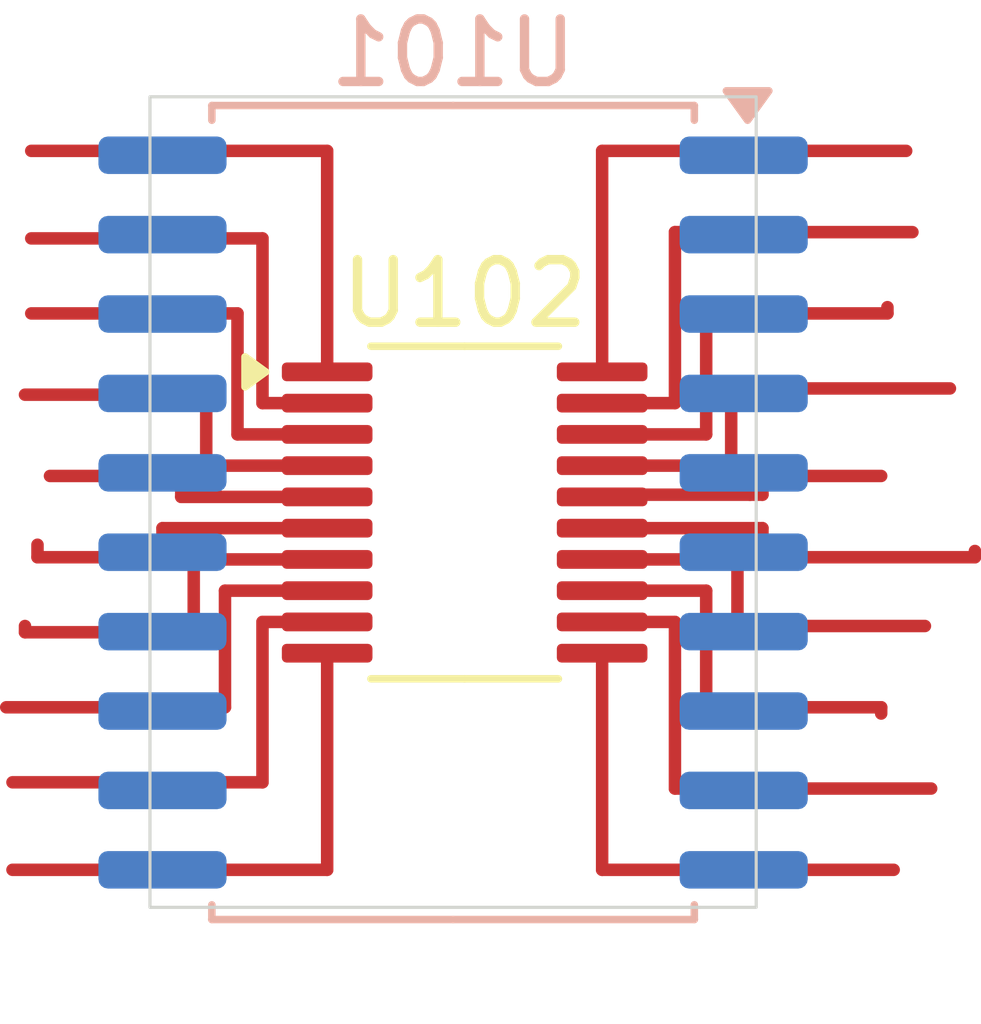
<source format=kicad_pcb>
(kicad_pcb (version 20241229) (generator "pcbnew") (generator_version "9.0")
  (layers (0 "F.Cu" signal) (2 "B.Cu" signal) (13 "F.Paste" user) (15 "B.Paste" user) (5 "F.SilkS" user "F.Silkscreen") (7 "B.SilkS" user "B.Silkscreen") (1 "F.Mask" user) (3 "B.Mask" user) (25 "Edge.Cuts" user))
  (net 0 "")
  (net 21 "unconnected-(U102-INC-Pad4)")
  (net 22 "unconnected-(U102-GISOIN-Pad15)")
  (net 23 "unconnected-(U102-GND1-Pad10)")
  (net 24 "unconnected-(U102-INA-Pad2)")
  (net 25 "unconnected-(U102-V_{DD}-Pad9)")
  (net 26 "unconnected-(U102-VSEL-Pad13)")
  (net 27 "unconnected-(U102-OUTA-Pad19)")
  (net 28 "unconnected-(U102-EN_IO2-Pad14)")
  (net 29 "unconnected-(U102-INB-Pad3)")
  (net 30 "unconnected-(U102-IND-Pad16)")
  (net 31 "unconnected-(U102-V_{ISOIN}-Pad20)")
  (net 32 "unconnected-(U102-V_{IO}-Pad1)")
  (net 33 "unconnected-(U102-OUTC-Pad17)")
  (net 34 "unconnected-(U102-OUTB-Pad18)")
  (net 35 "unconnected-(U102-EN{slash}FLT-Pad8)")
  (net 36 "unconnected-(U102-OUTD-Pad5)")
  (net 37 "unconnected-(U102-EN_IO1-Pad7)")
  (net 38 "unconnected-(U102-GND2-Pad11)")
  (net 39 "unconnected-(U102-V_{ISOOUT}-Pad12)")
  (net 40 "unconnected-(U102-GNDIO-Pad6)")
  (footprint "Package_SO:Texas_DGS0020A_TSSOP-20_3x5.1mm_P0.5mm" (layer "F.Cu") (at 121.535 89.785)
    (property "Reference" "U102" (at 0 -3.5 0) (layer "F.SilkS"))
    (property "Value" "ISOW7741")
    (fp_line (start 0 -2.66) (end -1.5 -2.66) (stroke (width 0.12)) (layer "F.SilkS"))
    (fp_line (start 0 -2.66) (end 1.5 -2.66) (stroke (width 0.12)) (layer "F.SilkS"))
    (fp_line (start 0 2.66) (end -1.5 2.66) (stroke (width 0.12)) (layer "F.SilkS"))
    (fp_line (start 0 2.66) (end 1.5 2.66) (stroke (width 0.12)) (layer "F.SilkS"))
    (fp_poly (pts (xy -3.185 -2.25) (xy -3.515 -2.01) (xy -3.515 -2.49)) (stroke (width 0.12)) (fill yes) (layer "F.SilkS"))
    (pad "1" smd roundrect (at -2.2 -2.25) (size 1.45 0.3) (layers "F.Cu" "F.Mask" "F.Paste") (net 32 "unconnected-(U102-V_{IO}-Pad1)"))
    (pad "2" smd roundrect (at -2.2 -1.75) (size 1.45 0.3) (layers "F.Cu" "F.Mask" "F.Paste") (net 24 "unconnected-(U102-INA-Pad2)"))
    (pad "3" smd roundrect (at -2.2 -1.25) (size 1.45 0.3) (layers "F.Cu" "F.Mask" "F.Paste") (net 29 "unconnected-(U102-INB-Pad3)"))
    (pad "4" smd roundrect (at -2.2 -0.75) (size 1.45 0.3) (layers "F.Cu" "F.Mask" "F.Paste") (net 21 "unconnected-(U102-INC-Pad4)"))
    (pad "5" smd roundrect (at -2.2 -0.25) (size 1.45 0.3) (layers "F.Cu" "F.Mask" "F.Paste") (net 36 "unconnected-(U102-OUTD-Pad5)"))
    (pad "6" smd roundrect (at -2.2 0.25) (size 1.45 0.3) (layers "F.Cu" "F.Mask" "F.Paste") (net 40 "unconnected-(U102-GNDIO-Pad6)"))
    (pad "7" smd roundrect (at -2.2 0.75) (size 1.45 0.3) (layers "F.Cu" "F.Mask" "F.Paste") (net 37 "unconnected-(U102-EN_IO1-Pad7)"))
    (pad "8" smd roundrect (at -2.2 1.25) (size 1.45 0.3) (layers "F.Cu" "F.Mask" "F.Paste") (net 35 "unconnected-(U102-EN{slash}FLT-Pad8)"))
    (pad "9" smd roundrect (at -2.2 1.75) (size 1.45 0.3) (layers "F.Cu" "F.Mask" "F.Paste") (net 25 "unconnected-(U102-V_{DD}-Pad9)"))
    (pad "10" smd roundrect (at -2.2 2.25) (size 1.45 0.3) (layers "F.Cu" "F.Mask" "F.Paste") (net 23 "unconnected-(U102-GND1-Pad10)"))
    (pad "11" smd roundrect (at 2.2 2.25) (size 1.45 0.3) (layers "F.Cu" "F.Mask" "F.Paste") (net 38 "unconnected-(U102-GND2-Pad11)"))
    (pad "12" smd roundrect (at 2.2 1.75) (size 1.45 0.3) (layers "F.Cu" "F.Mask" "F.Paste") (net 39 "unconnected-(U102-V_{ISOOUT}-Pad12)"))
    (pad "13" smd roundrect (at 2.2 1.25) (size 1.45 0.3) (layers "F.Cu" "F.Mask" "F.Paste") (net 26 "unconnected-(U102-VSEL-Pad13)"))
    (pad "14" smd roundrect (at 2.2 0.75) (size 1.45 0.3) (layers "F.Cu" "F.Mask" "F.Paste") (net 28 "unconnected-(U102-EN_IO2-Pad14)"))
    (pad "15" smd roundrect (at 2.2 0.25) (size 1.45 0.3) (layers "F.Cu" "F.Mask" "F.Paste") (net 22 "unconnected-(U102-GISOIN-Pad15)"))
    (pad "16" smd roundrect (at 2.2 -0.25) (size 1.45 0.3) (layers "F.Cu" "F.Mask" "F.Paste") (net 30 "unconnected-(U102-IND-Pad16)"))
    (pad "17" smd roundrect (at 2.2 -0.75) (size 1.45 0.3) (layers "F.Cu" "F.Mask" "F.Paste") (net 33 "unconnected-(U102-OUTC-Pad17)"))
    (pad "18" smd roundrect (at 2.2 -1.25) (size 1.45 0.3) (layers "F.Cu" "F.Mask" "F.Paste") (net 34 "unconnected-(U102-OUTB-Pad18)"))
    (pad "19" smd roundrect (at 2.2 -1.75) (size 1.45 0.3) (layers "F.Cu" "F.Mask" "F.Paste") (net 27 "unconnected-(U102-OUTA-Pad19)"))
    (pad "20" smd roundrect (at 2.2 -2.25) (size 1.45 0.3) (layers "F.Cu" "F.Mask" "F.Paste") (net 31 "unconnected-(U102-V_{ISOIN}-Pad20)"))
  )
  (footprint "Package_SO:SOIC-20W_7.5x12.8mm_P1.27mm" (layer "B.Cu") (at 121.35 89.785 180)
    (property "Reference" "U101" (at 0 7.35 0) (layer "B.SilkS") (effects (justify mirror)))
    (property "Value" "ISOW7741")
    (fp_line (start 3.860001 -6.510001) (end 3.86 -6.275) (stroke (width 0.12)) (layer "B.SilkS"))
    (fp_line (start 3.86 6.51) (end 3.860001 6.275002) (stroke (width 0.12)) (layer "B.SilkS"))
    (fp_line (start 0 6.51) (end 3.86 6.51) (stroke (width 0.12)) (layer "B.SilkS"))
    (fp_line (start 0 6.51) (end -3.860001 6.510001) (stroke (width 0.12)) (layer "B.SilkS"))
    (fp_line (start 0 -6.51) (end 3.860001 -6.510001) (stroke (width 0.12)) (layer "B.SilkS"))
    (fp_line (start 0 -6.51) (end -3.86 -6.51) (stroke (width 0.12)) (layer "B.SilkS"))
    (fp_line (start -3.86 -6.51) (end -3.860001 -6.275002) (stroke (width 0.12)) (layer "B.SilkS"))
    (fp_line (start -3.860001 6.510001) (end -3.86 6.275) (stroke (width 0.12)) (layer "B.SilkS"))
    (fp_poly (pts (xy -4.7125 6.275) (xy -5.0525 6.745) (xy -4.372501 6.745)) (stroke (width 0.12)) (fill yes) (layer "B.SilkS"))
    (pad "1" smd roundrect (at -4.649999 5.715 180) (size 2.05 0.6) (layers "B.Cu" "B.Mask" "B.Paste"))
    (pad "2" smd roundrect (at -4.650001 4.445 180) (size 2.05 0.6) (layers "B.Cu" "B.Mask" "B.Paste"))
    (pad "3" smd roundrect (at -4.65 3.174999 180) (size 2.05 0.6) (layers "B.Cu" "B.Mask" "B.Paste"))
    (pad "4" smd roundrect (at -4.65 1.905001 180) (size 2.05 0.6) (layers "B.Cu" "B.Mask" "B.Paste"))
    (pad "5" smd roundrect (at -4.65 0.635 180) (size 2.05 0.6) (layers "B.Cu" "B.Mask" "B.Paste"))
    (pad "6" smd roundrect (at -4.649999 -0.635 180) (size 2.05 0.6) (layers "B.Cu" "B.Mask" "B.Paste"))
    (pad "7" smd roundrect (at -4.65 -1.905 180) (size 2.05 0.6) (layers "B.Cu" "B.Mask" "B.Paste"))
    (pad "8" smd roundrect (at -4.65 -3.175 180) (size 2.05 0.6) (layers "B.Cu" "B.Mask" "B.Paste"))
    (pad "9" smd roundrect (at -4.65 -4.445 180) (size 2.05 0.6) (layers "B.Cu" "B.Mask" "B.Paste"))
    (pad "10" smd roundrect (at -4.65 -5.715 180) (size 2.05 0.6) (layers "B.Cu" "B.Mask" "B.Paste"))
    (pad "11" smd roundrect (at 4.649999 -5.715 180) (size 2.05 0.6) (layers "B.Cu" "B.Mask" "B.Paste"))
    (pad "12" smd roundrect (at 4.650001 -4.445 180) (size 2.05 0.6) (layers "B.Cu" "B.Mask" "B.Paste"))
    (pad "13" smd roundrect (at 4.65 -3.174999 180) (size 2.05 0.6) (layers "B.Cu" "B.Mask" "B.Paste"))
    (pad "14" smd roundrect (at 4.65 -1.905001 180) (size 2.05 0.6) (layers "B.Cu" "B.Mask" "B.Paste"))
    (pad "15" smd roundrect (at 4.65 -0.635 180) (size 2.05 0.6) (layers "B.Cu" "B.Mask" "B.Paste"))
    (pad "16" smd roundrect (at 4.649999 0.635 180) (size 2.05 0.6) (layers "B.Cu" "B.Mask" "B.Paste"))
    (pad "17" smd roundrect (at 4.65 1.905 180) (size 2.05 0.6) (layers "B.Cu" "B.Mask" "B.Paste"))
    (pad "18" smd roundrect (at 4.65 3.175 180) (size 2.05 0.6) (layers "B.Cu" "B.Mask" "B.Paste"))
    (pad "19" smd roundrect (at 4.65 4.445 180) (size 2.05 0.6) (layers "B.Cu" "B.Mask" "B.Paste"))
    (pad "20" smd roundrect (at 4.65 5.715 180) (size 2.05 0.6) (layers "B.Cu" "B.Mask" "B.Paste"))
  )
  (gr_rect (start 116.5 83.134999) (end 126.200001 96.1) (stroke (width 0.05)) (fill no) (layer "Edge.Cuts"))
  (segment (start 117.4 87.9) (end 114.5 87.9) (width 0.2) (layer "F.Cu") (net 21))
  (segment (start 117.4 89.035) (end 117.4 87.9) (width 0.2) (layer "F.Cu") (net 21))
  (segment (start 119.335 89.035) (end 117.4 89.035) (width 0.2) (layer "F.Cu") (net 21))
  (segment (start 126.3 90.035) (end 126.3 90.5) (width 0.2) (layer "F.Cu") (net 22))
  (segment (start 129.7 90.5) (end 129.7 90.4) (width 0.2) (layer "F.Cu") (net 22))
  (segment (start 123.735 90.035) (end 126.3 90.035) (width 0.2) (layer "F.Cu") (net 22))
  (segment (start 126.3 90.5) (end 129.7 90.5) (width 0.2) (layer "F.Cu") (net 22))
  (segment (start 116.7 95.5) (end 114.3 95.5) (width 0.2) (layer "F.Cu") (net 23))
  (segment (start 119.335 95.5) (end 116.7 95.5) (width 0.2) (layer "F.Cu") (net 23))
  (segment (start 119.335 92.035) (end 119.335 95.5) (width 0.2) (layer "F.Cu") (net 23))
  (segment (start 118.3 85.4) (end 114.6 85.4) (width 0.2) (layer "F.Cu") (net 24))
  (segment (start 118.3 85.6) (end 118.3 85.4) (width 0.2) (layer "F.Cu") (net 24))
  (segment (start 118.3 88.035) (end 118.3 85.6) (width 0.2) (layer "F.Cu") (net 24))
  (segment (start 119.335 88.035) (end 118.3 88.035) (width 0.2) (layer "F.Cu") (net 24))
  (segment (start 119.335 91.535) (end 118.3 91.535) (width 0.2) (layer "F.Cu") (net 25))
  (segment (start 118.3 91.535) (end 118.3 94.1) (width 0.2) (layer "F.Cu") (net 25))
  (segment (start 118.3 94.1) (end 114.3 94.1) (width 0.2) (layer "F.Cu") (net 25))
  (segment (start 123.735 91.035) (end 125.4 91.035) (width 0.2) (layer "F.Cu") (net 26))
  (segment (start 125.4 92.9) (end 128.2 92.9) (width 0.2) (layer "F.Cu") (net 26))
  (segment (start 128.2 92.9) (end 128.2 93) (width 0.2) (layer "F.Cu") (net 26))
  (segment (start 125.4 91.035) (end 125.4 92.9) (width 0.2) (layer "F.Cu") (net 26))
  (segment (start 123.735 88.035) (end 124.9 88.035) (width 0.2) (layer "F.Cu") (net 27))
  (segment (start 124.9 85.3) (end 128.7 85.3) (width 0.2) (layer "F.Cu") (net 27))
  (segment (start 124.9 88.035) (end 124.9 85.3) (width 0.2) (layer "F.Cu") (net 27))
  (segment (start 123.735 90.535) (end 125.9 90.535) (width 0.2) (layer "F.Cu") (net 28))
  (segment (start 125.9 90.535) (end 125.9 91.6) (width 0.2) (layer "F.Cu") (net 28))
  (segment (start 125.9 91.6) (end 128.9 91.6) (width 0.2) (layer "F.Cu") (net 28))
  (segment (start 117.9 86.6) (end 114.6 86.6) (width 0.2) (layer "F.Cu") (net 29))
  (segment (start 119.335 88.535) (end 117.9 88.535) (width 0.2) (layer "F.Cu") (net 29))
  (segment (start 117.9 88.535) (end 117.9 86.6) (width 0.2) (layer "F.Cu") (net 29))
  (segment (start 126.3 89.2) (end 128.2 89.2) (width 0.2) (layer "F.Cu") (net 30))
  (segment (start 126.3 89.5) (end 126.3 89.2) (width 0.2) (layer "F.Cu") (net 30))
  (segment (start 123.735 89.5) (end 126.1 89.5) (width 0.2) (layer "F.Cu") (net 30))
  (segment (start 123.735 89.535) (end 123.735 89.5) (width 0.2) (layer "F.Cu") (net 30))
  (segment (start 126.1 89.5) (end 126.3 89.5) (width 0.2) (layer "F.Cu") (net 30))
  (segment (start 123.735 87.535) (end 123.735 84) (width 0.2) (layer "F.Cu") (net 31))
  (segment (start 123.735 84) (end 128.6 84) (width 0.2) (layer "F.Cu") (net 31))
  (segment (start 119.335 87.535) (end 119.335 84) (width 0.2) (layer "F.Cu") (net 32))
  (segment (start 119.335 84) (end 114.6 84) (width 0.2) (layer "F.Cu") (net 32))
  (segment (start 125.8 89.035) (end 125.8 87.8) (width 0.2) (layer "F.Cu") (net 33))
  (segment (start 123.735 89.035) (end 125.8 89.035) (width 0.2) (layer "F.Cu") (net 33))
  (segment (start 125.8 87.8) (end 129.3 87.8) (width 0.2) (layer "F.Cu") (net 33))
  (segment (start 128.3 86.6) (end 128.3 86.5) (width 0.2) (layer "F.Cu") (net 34))
  (segment (start 123.735 88.535) (end 125.4 88.535) (width 0.2) (layer "F.Cu") (net 34))
  (segment (start 125.4 88.535) (end 125.4 86.6) (width 0.2) (layer "F.Cu") (net 34))
  (segment (start 125.4 86.6) (end 128.3 86.6) (width 0.2) (layer "F.Cu") (net 34))
  (segment (start 117.7 91.035) (end 117.7 92.9) (width 0.2) (layer "F.Cu") (net 35))
  (segment (start 117.7 92.9) (end 114.2 92.9) (width 0.2) (layer "F.Cu") (net 35))
  (segment (start 119.335 91.035) (end 117.7 91.035) (width 0.2) (layer "F.Cu") (net 35))
  (segment (start 117 89.535) (end 117 89.2) (width 0.2) (layer "F.Cu") (net 36))
  (segment (start 117 89.2) (end 114.9 89.2) (width 0.2) (layer "F.Cu") (net 36))
  (segment (start 119.335 89.535) (end 117 89.535) (width 0.2) (layer "F.Cu") (net 36))
  (segment (start 114.5 91.7) (end 114.5 91.6) (width 0.2) (layer "F.Cu") (net 37))
  (segment (start 117.2 90.535) (end 117.2 91.7) (width 0.2) (layer "F.Cu") (net 37))
  (segment (start 117.2 91.7) (end 114.5 91.7) (width 0.2) (layer "F.Cu") (net 37))
  (segment (start 119.335 90.535) (end 117.2 90.535) (width 0.2) (layer "F.Cu") (net 37))
  (segment (start 123.735 92.035) (end 123.735 95.5) (width 0.2) (layer "F.Cu") (net 38))
  (segment (start 123.735 95.5) (end 128.4 95.5) (width 0.2) (layer "F.Cu") (net 38))
  (segment (start 123.735 91.535) (end 124.9 91.535) (width 0.2) (layer "F.Cu") (net 39))
  (segment (start 124.9 92.3) (end 124.9 94.2) (width 0.2) (layer "F.Cu") (net 39))
  (segment (start 125 94.2) (end 129 94.2) (width 0.2) (layer "F.Cu") (net 39))
  (segment (start 124.9 91.535) (end 124.9 92.3) (width 0.2) (layer "F.Cu") (net 39))
  (segment (start 124.9 94.2) (end 125 94.2) (width 0.2) (layer "F.Cu") (net 39))
  (segment (start 119.335 90.035) (end 116.7 90.035) (width 0.2) (layer "F.Cu") (net 40))
  (segment (start 116.7 90.035) (end 116.7 90.5) (width 0.2) (layer "F.Cu") (net 40))
  (segment (start 116.7 90.5) (end 114.7 90.5) (width 0.2) (layer "F.Cu") (net 40))
  (segment (start 114.7 90.5) (end 114.7 90.3) (width 0.2) (layer "F.Cu") (net 40))
)
</source>
